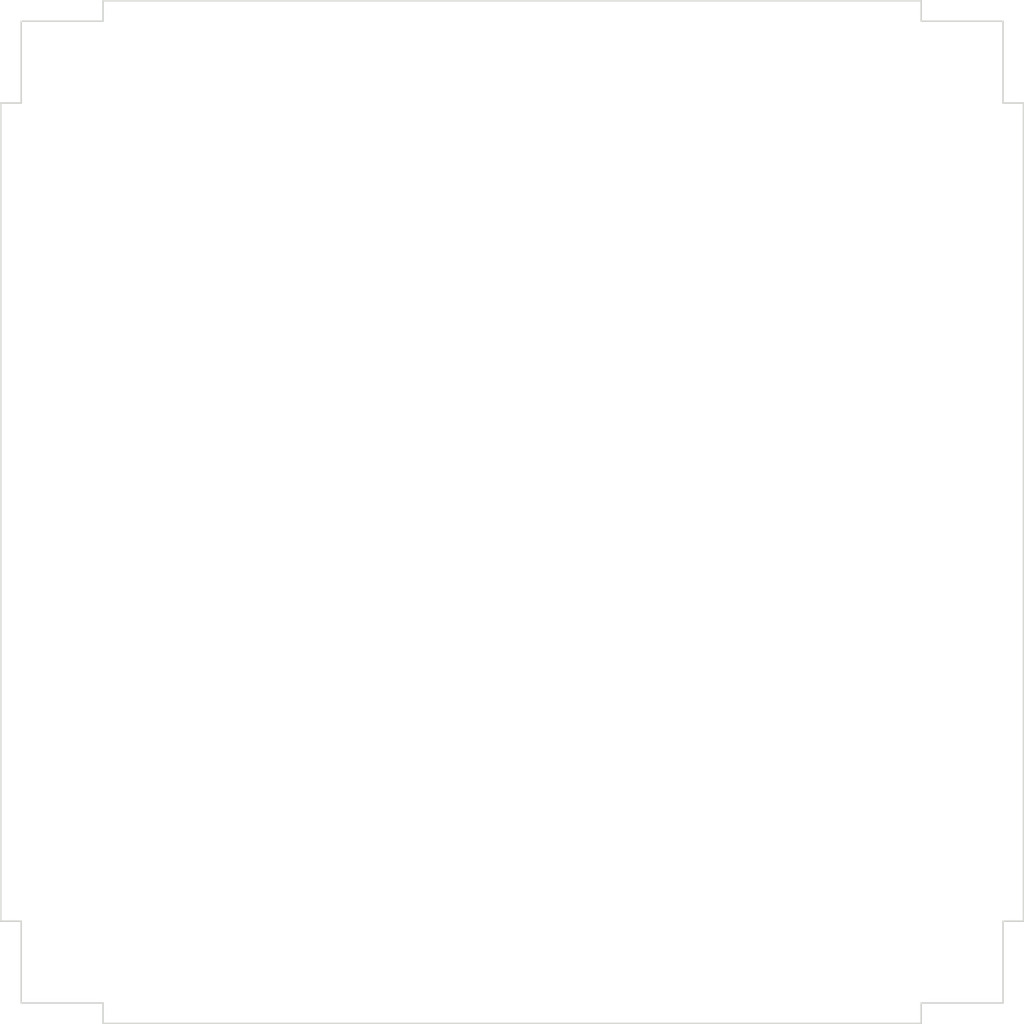
<source format=kicad_pcb>
(kicad_pcb (version 4) (host pcbnew 4.0.1-stable)

  (general
    (links 0)
    (no_connects 0)
    (area 0 0 0 0)
    (thickness 1.6)
    (drawings 40)
    (tracks 0)
    (zones 0)
    (modules 0)
    (nets 1)
  )

  (page A4)
  (layers
    (0 F.Cu signal)
    (31 B.Cu signal)
    (32 B.Adhes user)
    (33 F.Adhes user)
    (34 B.Paste user)
    (35 F.Paste user)
    (36 B.SilkS user)
    (37 F.SilkS user)
    (38 B.Mask user)
    (39 F.Mask user)
    (40 Dwgs.User user)
    (41 Cmts.User user)
    (42 Eco1.User user hide)
    (43 Eco2.User user hide)
    (44 Edge.Cuts user)
    (45 Margin user)
    (46 B.CrtYd user)
    (47 F.CrtYd user)
    (48 B.Fab user)
    (49 F.Fab user)
  )

  (setup
    (last_trace_width 0.25)
    (trace_clearance 0.2)
    (zone_clearance 0.508)
    (zone_45_only no)
    (trace_min 0.2)
    (segment_width 0.2)
    (edge_width 0.15)
    (via_size 0.6)
    (via_drill 0.4)
    (via_min_size 0.4)
    (via_min_drill 0.3)
    (uvia_size 0.3)
    (uvia_drill 0.1)
    (uvias_allowed no)
    (uvia_min_size 0.2)
    (uvia_min_drill 0.1)
    (pcb_text_width 0.3)
    (pcb_text_size 1.5 1.5)
    (mod_edge_width 0.15)
    (mod_text_size 1 1)
    (mod_text_width 0.15)
    (pad_size 1.524 1.524)
    (pad_drill 0.762)
    (pad_to_mask_clearance 0.2)
    (aux_axis_origin 0 0)
    (visible_elements FFFFFF7F)
    (pcbplotparams
      (layerselection 0x00030_80000001)
      (usegerberextensions false)
      (excludeedgelayer true)
      (linewidth 0.100000)
      (plotframeref false)
      (viasonmask false)
      (mode 1)
      (useauxorigin false)
      (hpglpennumber 1)
      (hpglpenspeed 20)
      (hpglpendiameter 15)
      (hpglpenoverlay 2)
      (psnegative false)
      (psa4output false)
      (plotreference true)
      (plotvalue true)
      (plotinvisibletext false)
      (padsonsilk false)
      (subtractmaskfromsilk false)
      (outputformat 1)
      (mirror false)
      (drillshape 1)
      (scaleselection 1)
      (outputdirectory ""))
  )

  (net 0 "")

  (net_class Default "This is the default net class."
    (clearance 0.2)
    (trace_width 0.25)
    (via_dia 0.6)
    (via_drill 0.4)
    (uvia_dia 0.3)
    (uvia_drill 0.1)
  )

  (gr_line (start 102 52) (end 100 52) (angle 90) (layer Edge.Cuts) (width 0.15))
  (gr_line (start 102 44) (end 102 52) (angle 90) (layer Edge.Cuts) (width 0.15))
  (gr_line (start 110 44) (end 102 44) (angle 90) (layer Edge.Cuts) (width 0.15))
  (gr_line (start 110 42) (end 110 44) (angle 90) (layer Edge.Cuts) (width 0.15))
  (gr_line (start 198 52) (end 200 52) (angle 90) (layer Edge.Cuts) (width 0.15))
  (gr_line (start 198 44) (end 198 52) (angle 90) (layer Edge.Cuts) (width 0.15))
  (gr_line (start 190 44) (end 198 44) (angle 90) (layer Edge.Cuts) (width 0.15))
  (gr_line (start 190 42) (end 190 44) (angle 90) (layer Edge.Cuts) (width 0.15))
  (gr_line (start 190 140) (end 190 142) (angle 90) (layer Edge.Cuts) (width 0.15))
  (gr_line (start 198 140) (end 190 140) (angle 90) (layer Edge.Cuts) (width 0.15))
  (gr_line (start 198 132) (end 198 140) (angle 90) (layer Edge.Cuts) (width 0.15))
  (gr_line (start 200 132) (end 198 132) (angle 90) (layer Edge.Cuts) (width 0.15))
  (gr_line (start 110 140) (end 110 142) (angle 90) (layer Edge.Cuts) (width 0.15))
  (gr_line (start 102 140) (end 110 140) (angle 90) (layer Edge.Cuts) (width 0.15))
  (gr_line (start 102 132) (end 102 140) (angle 90) (layer Edge.Cuts) (width 0.15))
  (gr_line (start 100 132) (end 102 132) (angle 90) (layer Edge.Cuts) (width 0.15))
  (gr_line (start 100 52) (end 100 132) (angle 90) (layer Edge.Cuts) (width 0.15))
  (gr_line (start 190 42) (end 110 42) (angle 90) (layer Edge.Cuts) (width 0.15))
  (gr_line (start 200 132) (end 200 52) (angle 90) (layer Edge.Cuts) (width 0.15))
  (gr_line (start 110 142) (end 190 142) (angle 90) (layer Edge.Cuts) (width 0.15))
  (gr_line (start 24 112) (end 24 114) (angle 90) (layer Eco2.User) (width 0.2))
  (gr_line (start 16 112) (end 24 112) (angle 90) (layer Eco2.User) (width 0.2))
  (gr_line (start 16 104) (end 16 112) (angle 90) (layer Eco2.User) (width 0.2))
  (gr_line (start 14 104) (end 16 104) (angle 90) (layer Eco2.User) (width 0.2))
  (gr_line (start 104 112) (end 104 114) (angle 90) (layer Eco2.User) (width 0.2))
  (gr_line (start 112 112) (end 104 112) (angle 90) (layer Eco2.User) (width 0.2))
  (gr_line (start 112 104) (end 112 112) (angle 90) (layer Eco2.User) (width 0.2))
  (gr_line (start 114 104) (end 112 104) (angle 90) (layer Eco2.User) (width 0.2))
  (gr_line (start 112 24) (end 114 24) (angle 90) (layer Eco2.User) (width 0.2))
  (gr_line (start 112 16) (end 112 24) (angle 90) (layer Eco2.User) (width 0.2))
  (gr_line (start 104 16) (end 112 16) (angle 90) (layer Eco2.User) (width 0.2))
  (gr_line (start 104 14) (end 104 16) (angle 90) (layer Eco2.User) (width 0.2))
  (gr_line (start 24 16) (end 24 14) (angle 90) (layer Eco2.User) (width 0.2))
  (gr_line (start 16 16) (end 24 16) (angle 90) (layer Eco2.User) (width 0.2))
  (gr_line (start 16 24) (end 16 16) (angle 90) (layer Eco2.User) (width 0.2))
  (gr_line (start 14 24) (end 16 24) (angle 90) (layer Eco2.User) (width 0.2))
  (gr_line (start 114 14) (end 14 14) (angle 90) (layer Eco1.User) (width 0.2))
  (gr_line (start 114 114) (end 114 14) (angle 90) (layer Eco1.User) (width 0.2))
  (gr_line (start 14 114) (end 114 114) (angle 90) (layer Eco1.User) (width 0.2))
  (gr_line (start 14 14) (end 14 114) (angle 90) (layer Eco1.User) (width 0.2))

)

</source>
